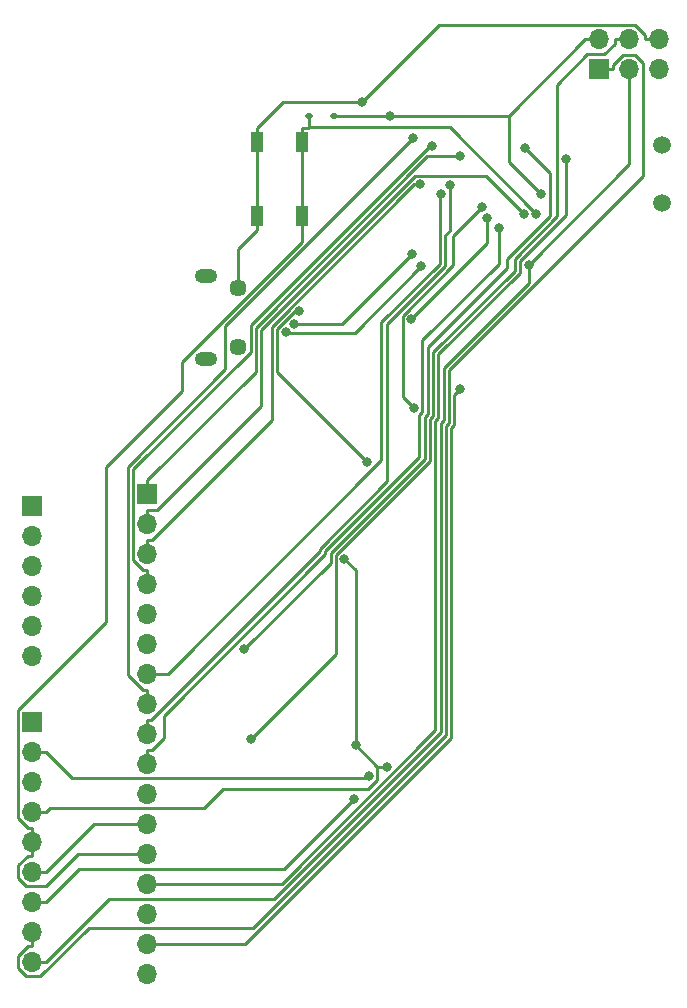
<source format=gbr>
%TF.GenerationSoftware,KiCad,Pcbnew,7.0.8*%
%TF.CreationDate,2023-11-08T08:48:13-05:00*%
%TF.ProjectId,Sleepduino,536c6565-7064-4756-996e-6f2e6b696361,rev?*%
%TF.SameCoordinates,Original*%
%TF.FileFunction,Copper,L2,Bot*%
%TF.FilePolarity,Positive*%
%FSLAX46Y46*%
G04 Gerber Fmt 4.6, Leading zero omitted, Abs format (unit mm)*
G04 Created by KiCad (PCBNEW 7.0.8) date 2023-11-08 08:48:13*
%MOMM*%
%LPD*%
G01*
G04 APERTURE LIST*
G04 Aperture macros list*
%AMRoundRect*
0 Rectangle with rounded corners*
0 $1 Rounding radius*
0 $2 $3 $4 $5 $6 $7 $8 $9 X,Y pos of 4 corners*
0 Add a 4 corners polygon primitive as box body*
4,1,4,$2,$3,$4,$5,$6,$7,$8,$9,$2,$3,0*
0 Add four circle primitives for the rounded corners*
1,1,$1+$1,$2,$3*
1,1,$1+$1,$4,$5*
1,1,$1+$1,$6,$7*
1,1,$1+$1,$8,$9*
0 Add four rect primitives between the rounded corners*
20,1,$1+$1,$2,$3,$4,$5,0*
20,1,$1+$1,$4,$5,$6,$7,0*
20,1,$1+$1,$6,$7,$8,$9,0*
20,1,$1+$1,$8,$9,$2,$3,0*%
G04 Aperture macros list end*
%TA.AperFunction,SMDPad,CuDef*%
%ADD10RoundRect,0.112500X0.187500X0.112500X-0.187500X0.112500X-0.187500X-0.112500X0.187500X-0.112500X0*%
%TD*%
%TA.AperFunction,SMDPad,CuDef*%
%ADD11R,1.000000X1.700000*%
%TD*%
%TA.AperFunction,ComponentPad*%
%ADD12R,1.700000X1.700000*%
%TD*%
%TA.AperFunction,ComponentPad*%
%ADD13O,1.700000X1.700000*%
%TD*%
%TA.AperFunction,ComponentPad*%
%ADD14O,1.900000X1.200000*%
%TD*%
%TA.AperFunction,ComponentPad*%
%ADD15C,1.450000*%
%TD*%
%TA.AperFunction,ComponentPad*%
%ADD16C,1.500000*%
%TD*%
%TA.AperFunction,ViaPad*%
%ADD17C,0.800000*%
%TD*%
%TA.AperFunction,Conductor*%
%ADD18C,0.250000*%
%TD*%
G04 APERTURE END LIST*
D10*
%TO.P,D1,1,K*%
%TO.N,+5V*%
X179358000Y-47752000D03*
%TO.P,D1,2,A*%
%TO.N,RST*%
X177258000Y-47752000D03*
%TD*%
D11*
%TO.P,SW1,1,1*%
%TO.N,GND*%
X172852000Y-49936000D03*
X172852000Y-56236000D03*
%TO.P,SW1,2,2*%
%TO.N,RST*%
X176652000Y-56236000D03*
X176652000Y-49936000D03*
%TD*%
D12*
%TO.P,J3,1,Pin_1*%
%TO.N,~IO13*%
X153797000Y-99060000D03*
D13*
%TO.P,J3,2,Pin_2*%
%TO.N,+3.3V*%
X153797000Y-101600000D03*
%TO.P,J3,3,Pin_3*%
%TO.N,AREF*%
X153797000Y-104140000D03*
%TO.P,J3,4,Pin_4*%
%TO.N,+5V*%
X153797000Y-106680000D03*
%TO.P,J3,5,Pin_5*%
%TO.N,RST*%
X153797000Y-109220000D03*
%TO.P,J3,6,Pin_6*%
%TO.N,GND*%
X153797000Y-111760000D03*
%TO.P,J3,7,Pin_7*%
%TO.N,Vin*%
X153797000Y-114300000D03*
%TO.P,J3,8,Pin_8*%
%TO.N,MISO*%
X153797000Y-116840000D03*
%TO.P,J3,9,Pin_9*%
%TO.N,SCK*%
X153797000Y-119380000D03*
%TD*%
D12*
%TO.P,J5,1,Pin_1*%
%TO.N,A0*%
X153797000Y-80772000D03*
D13*
%TO.P,J5,2,Pin_2*%
%TO.N,A1*%
X153797000Y-83312000D03*
%TO.P,J5,3,Pin_3*%
%TO.N,A2*%
X153797000Y-85852000D03*
%TO.P,J5,4,Pin_4*%
%TO.N,A3*%
X153797000Y-88392000D03*
%TO.P,J5,5,Pin_5*%
%TO.N,A4*%
X153797000Y-90932000D03*
%TO.P,J5,6,Pin_6*%
%TO.N,A5*%
X153797000Y-93472000D03*
%TD*%
D12*
%TO.P,J4,1,Pin_1*%
%TO.N,~IO12*%
X163576000Y-79756000D03*
D13*
%TO.P,J4,2,Pin_2*%
%TO.N,~IO11*%
X163576000Y-82296000D03*
%TO.P,J4,3,Pin_3*%
%TO.N,~IO10*%
X163576000Y-84836000D03*
%TO.P,J4,4,Pin_4*%
%TO.N,~IO9*%
X163576000Y-87376000D03*
%TO.P,J4,5,Pin_5*%
%TO.N,IO8*%
X163576000Y-89916000D03*
%TO.P,J4,6,Pin_6*%
%TO.N,~D7*%
X163576000Y-92456000D03*
%TO.P,J4,7,Pin_7*%
%TO.N,~D6*%
X163576000Y-94996000D03*
%TO.P,J4,8,Pin_8*%
%TO.N,~D5*%
X163576000Y-97536000D03*
%TO.P,J4,9,Pin_9*%
%TO.N,~D4*%
X163576000Y-100076000D03*
%TO.P,J4,10,Pin_10*%
%TO.N,D3{slash}SCL*%
X163576000Y-102616000D03*
%TO.P,J4,11,Pin_11*%
%TO.N,D2{slash}SDA*%
X163576000Y-105156000D03*
%TO.P,J4,12,Pin_12*%
%TO.N,GND*%
X163576000Y-107696000D03*
%TO.P,J4,13,Pin_13*%
%TO.N,RST*%
X163576000Y-110236000D03*
%TO.P,J4,14,Pin_14*%
%TO.N,D0{slash}RX*%
X163576000Y-112776000D03*
%TO.P,J4,15,Pin_15*%
%TO.N,D1{slash}TX*%
X163576000Y-115316000D03*
%TO.P,J4,16,Pin_16*%
%TO.N,RX_LED*%
X163576000Y-117856000D03*
%TO.P,J4,17,Pin_17*%
%TO.N,MOSI*%
X163576000Y-120396000D03*
%TD*%
D12*
%TO.P,J1,1,Pin_1*%
%TO.N,MISO*%
X201803000Y-43815000D03*
D13*
%TO.P,J1,2,Pin_2*%
%TO.N,+5V*%
X201803000Y-41275000D03*
%TO.P,J1,3,Pin_3*%
%TO.N,SCK*%
X204343000Y-43815000D03*
%TO.P,J1,4,Pin_4*%
%TO.N,MOSI*%
X204343000Y-41275000D03*
%TO.P,J1,5,Pin_5*%
%TO.N,RESET*%
X206883000Y-43815000D03*
%TO.P,J1,6,Pin_6*%
%TO.N,GND*%
X206883000Y-41275000D03*
%TD*%
D14*
%TO.P,J2,6,Shield*%
%TO.N,GND*%
X168529000Y-61291000D03*
D15*
X171229000Y-62291000D03*
X171229000Y-67291000D03*
D14*
X168529000Y-68291000D03*
%TD*%
D16*
%TO.P,Y2,1,1*%
%TO.N,GND*%
X207137000Y-55118000D03*
%TO.P,Y2,2,2*%
X207137000Y-50238000D03*
%TD*%
D17*
%TO.N,D-*%
X185998900Y-59402400D03*
X176006400Y-65360700D03*
%TO.N,D+*%
X186751500Y-60467900D03*
X175297400Y-66069700D03*
%TO.N,RX_LED*%
X190043000Y-70868900D03*
%TO.N,RST*%
X196507800Y-56011900D03*
%TO.N,Net-(J2-VBUS)*%
X182181900Y-77039300D03*
X176424400Y-64308400D03*
%TO.N,+3.3V*%
X182300200Y-103669300D03*
%TO.N,~D5*%
X186043000Y-49654300D03*
%TO.N,~IO10*%
X186655500Y-53526000D03*
%TO.N,~IO9*%
X187643000Y-50311800D03*
%TO.N,~D6*%
X188442900Y-54328800D03*
%TO.N,~IO12*%
X190003900Y-51162800D03*
%TO.N,~D4*%
X189213800Y-53559200D03*
%TO.N,D1{slash}TX*%
X192327000Y-56424400D03*
X185914200Y-64956900D03*
%TO.N,D0{slash}RX*%
X199049000Y-51403500D03*
%TO.N,D2{slash}SDA*%
X195550300Y-50485000D03*
X171731000Y-92908500D03*
%TO.N,D3{slash}SCL*%
X193321700Y-57258400D03*
%TO.N,~IO11*%
X195495800Y-56041000D03*
%TO.N,Net-(U1-PD5)*%
X191870500Y-55458100D03*
X186124500Y-72476900D03*
%TO.N,Vin*%
X181058300Y-105595400D03*
%TO.N,MOSI*%
X172353400Y-100465200D03*
%TO.N,SCK*%
X195846300Y-60343200D03*
%TO.N,+5V*%
X184105500Y-47752000D03*
X181220500Y-101048500D03*
X180257100Y-85257500D03*
X183820900Y-102861700D03*
X196873500Y-54385000D03*
%TO.N,GND*%
X181702800Y-46601800D03*
%TD*%
D18*
%TO.N,D-*%
X180040600Y-65360700D02*
X176006400Y-65360700D01*
X185998900Y-59402400D02*
X180040600Y-65360700D01*
%TO.N,D+*%
X175317800Y-66090100D02*
X175297400Y-66069700D01*
X181129300Y-66090100D02*
X175317800Y-66090100D01*
X186751500Y-60467900D02*
X181129300Y-66090100D01*
%TO.N,RX_LED*%
X189562800Y-71349100D02*
X190043000Y-70868900D01*
X189562800Y-73901200D02*
X189562800Y-71349100D01*
X189310900Y-74153100D02*
X189562800Y-73901200D01*
X189310900Y-100400800D02*
X189310900Y-74153100D01*
X171855700Y-117856000D02*
X189310900Y-100400800D01*
X163576000Y-117856000D02*
X171855700Y-117856000D01*
%TO.N,RST*%
X176652000Y-56236000D02*
X176652000Y-55059100D01*
X176652000Y-56236000D02*
X176652000Y-57412900D01*
X176652000Y-55059100D02*
X176652000Y-49936000D01*
X153797000Y-108631500D02*
X153797000Y-108043100D01*
X153797000Y-108631500D02*
X153797000Y-109220000D01*
X157682200Y-110236000D02*
X163576000Y-110236000D01*
X154972400Y-112945800D02*
X157682200Y-110236000D01*
X153290800Y-112945800D02*
X154972400Y-112945800D01*
X152615600Y-112270600D02*
X153290800Y-112945800D01*
X152615600Y-111210500D02*
X152615600Y-112270600D01*
X153429200Y-110396900D02*
X152615600Y-111210500D01*
X153797000Y-110396900D02*
X153429200Y-110396900D01*
X153797000Y-109220000D02*
X153797000Y-110396900D01*
X176652000Y-49936000D02*
X176652000Y-48759100D01*
X153429100Y-108043100D02*
X153797000Y-108043100D01*
X152620100Y-107234100D02*
X153429100Y-108043100D01*
X152620100Y-98074600D02*
X152620100Y-107234100D01*
X160061300Y-90633400D02*
X152620100Y-98074600D01*
X160061300Y-77439300D02*
X160061300Y-90633400D01*
X166493700Y-71006900D02*
X160061300Y-77439300D01*
X166493700Y-68564500D02*
X166493700Y-71006900D01*
X176652000Y-58406200D02*
X166493700Y-68564500D01*
X176652000Y-57412900D02*
X176652000Y-58406200D01*
X177204800Y-48759100D02*
X177258000Y-48705900D01*
X176652000Y-48759100D02*
X177204800Y-48759100D01*
X177258000Y-48705900D02*
X177258000Y-47752000D01*
X189201800Y-48705900D02*
X196507800Y-56011900D01*
X177258000Y-48705900D02*
X189201800Y-48705900D01*
%TO.N,Net-(J2-VBUS)*%
X174559700Y-69417100D02*
X182181900Y-77039300D01*
X174559700Y-65779500D02*
X174559700Y-69417100D01*
X176030800Y-64308400D02*
X174559700Y-65779500D01*
X176424400Y-64308400D02*
X176030800Y-64308400D01*
%TO.N,+3.3V*%
X153797000Y-101600000D02*
X154973900Y-101600000D01*
X157184500Y-103810600D02*
X154973900Y-101600000D01*
X182158900Y-103810600D02*
X157184500Y-103810600D01*
X182300200Y-103669300D02*
X182158900Y-103810600D01*
%TO.N,~D5*%
X163576000Y-97536000D02*
X163576000Y-96359100D01*
X163210200Y-96359100D02*
X163576000Y-96359100D01*
X161911700Y-95060600D02*
X163210200Y-96359100D01*
X161911700Y-77439800D02*
X161911700Y-95060600D01*
X170159400Y-69192100D02*
X161911700Y-77439800D01*
X170159400Y-65537900D02*
X170159400Y-69192100D01*
X186043000Y-49654300D02*
X170159400Y-65537900D01*
%TO.N,~IO10*%
X163576000Y-84836000D02*
X163576000Y-83659100D01*
X163940800Y-83659100D02*
X163576000Y-83659100D01*
X174107800Y-73492100D02*
X163940800Y-83659100D01*
X174107800Y-65592300D02*
X174107800Y-73492100D01*
X186174100Y-53526000D02*
X174107800Y-65592300D01*
X186655500Y-53526000D02*
X186174100Y-53526000D01*
%TO.N,~IO9*%
X163576000Y-87376000D02*
X163576000Y-86199100D01*
X163208200Y-86199100D02*
X163576000Y-86199100D01*
X162382100Y-85373000D02*
X163208200Y-86199100D01*
X162382100Y-77647300D02*
X162382100Y-85373000D01*
X172301700Y-67727700D02*
X162382100Y-77647300D01*
X172301700Y-65481100D02*
X172301700Y-67727700D01*
X187471000Y-50311800D02*
X172301700Y-65481100D01*
X187643000Y-50311800D02*
X187471000Y-50311800D01*
%TO.N,~D6*%
X163576000Y-94996000D02*
X164752900Y-94996000D01*
X165298400Y-94996000D02*
X164752900Y-94996000D01*
X183370800Y-76923600D02*
X165298400Y-94996000D01*
X183370800Y-65191700D02*
X183370800Y-76923600D01*
X188309900Y-60252600D02*
X183370800Y-65191700D01*
X188309900Y-54461800D02*
X188309900Y-60252600D01*
X188442900Y-54328800D02*
X188309900Y-54461800D01*
%TO.N,~IO12*%
X163576000Y-79756000D02*
X163576000Y-78579100D01*
X172753600Y-69401500D02*
X163576000Y-78579100D01*
X172753600Y-65668300D02*
X172753600Y-69401500D01*
X187259100Y-51162800D02*
X172753600Y-65668300D01*
X190003900Y-51162800D02*
X187259100Y-51162800D01*
%TO.N,~D4*%
X163576000Y-100076000D02*
X163576000Y-98899100D01*
X163899800Y-98899100D02*
X163576000Y-98899100D01*
X178174500Y-84624400D02*
X163899800Y-98899100D01*
X178174500Y-84394900D02*
X178174500Y-84624400D01*
X183875600Y-78693800D02*
X178174500Y-84394900D01*
X183875600Y-65326000D02*
X183875600Y-78693800D01*
X188761800Y-60439800D02*
X183875600Y-65326000D01*
X188761800Y-57874400D02*
X188761800Y-60439800D01*
X189213800Y-57422400D02*
X188761800Y-57874400D01*
X189213800Y-53559200D02*
X189213800Y-57422400D01*
%TO.N,D1{slash}TX*%
X192327000Y-58544100D02*
X185914200Y-64956900D01*
X192327000Y-56424400D02*
X192327000Y-58544100D01*
%TO.N,D0{slash}RX*%
X163576000Y-112776000D02*
X164752900Y-112776000D01*
X199049000Y-56099000D02*
X199049000Y-51403500D01*
X195119300Y-60028700D02*
X199049000Y-56099000D01*
X195119300Y-61034700D02*
X195119300Y-60028700D01*
X188207100Y-67946900D02*
X195119300Y-61034700D01*
X188207100Y-73339600D02*
X188207100Y-67946900D01*
X187955200Y-73591500D02*
X188207100Y-73339600D01*
X187955200Y-99756800D02*
X187955200Y-73591500D01*
X174936100Y-112775900D02*
X187955200Y-99756800D01*
X164752900Y-112775900D02*
X174936100Y-112775900D01*
X164752900Y-112776000D02*
X164752900Y-112775900D01*
%TO.N,D2{slash}SDA*%
X197631500Y-52566200D02*
X195550300Y-50485000D01*
X197631500Y-56238300D02*
X197631500Y-52566200D01*
X193990400Y-59879400D02*
X197631500Y-56238300D01*
X193990400Y-60660400D02*
X193990400Y-59879400D01*
X187303300Y-67347500D02*
X193990400Y-60660400D01*
X187303300Y-72965200D02*
X187303300Y-67347500D01*
X187048400Y-73220100D02*
X187303300Y-72965200D01*
X187048400Y-76799200D02*
X187048400Y-73220100D01*
X179078300Y-84769300D02*
X187048400Y-76799200D01*
X179078300Y-85561200D02*
X179078300Y-84769300D01*
X171731000Y-92908500D02*
X179078300Y-85561200D01*
%TO.N,D3{slash}SCL*%
X163576000Y-102616000D02*
X163576000Y-101439100D01*
X193321700Y-60275900D02*
X193321700Y-57258400D01*
X186851400Y-66746200D02*
X193321700Y-60275900D01*
X186851400Y-72778000D02*
X186851400Y-66746200D01*
X186596500Y-73032900D02*
X186851400Y-72778000D01*
X186596500Y-76612000D02*
X186596500Y-73032900D01*
X178626400Y-84582100D02*
X186596500Y-76612000D01*
X178626400Y-84836300D02*
X178626400Y-84582100D01*
X164940600Y-98522100D02*
X178626400Y-84836300D01*
X164940600Y-100440300D02*
X164940600Y-98522100D01*
X163941800Y-101439100D02*
X164940600Y-100440300D01*
X163576000Y-101439100D02*
X163941800Y-101439100D01*
%TO.N,~IO11*%
X163576000Y-82296000D02*
X163576000Y-81119100D01*
X164395700Y-81119100D02*
X163576000Y-81119100D01*
X173205500Y-72309300D02*
X164395700Y-81119100D01*
X173205500Y-65855500D02*
X173205500Y-72309300D01*
X186261900Y-52799100D02*
X173205500Y-65855500D01*
X192253900Y-52799100D02*
X186261900Y-52799100D01*
X195495800Y-56041000D02*
X192253900Y-52799100D01*
%TO.N,Net-(U1-PD5)*%
X189438800Y-57889800D02*
X191870500Y-55458100D01*
X189438800Y-60404200D02*
X189438800Y-57889800D01*
X185182100Y-64660900D02*
X189438800Y-60404200D01*
X185182100Y-71534500D02*
X185182100Y-64660900D01*
X186124500Y-72476900D02*
X185182100Y-71534500D01*
%TO.N,Vin*%
X153797000Y-114300000D02*
X154973900Y-114300000D01*
X175147700Y-111506000D02*
X181058300Y-105595400D01*
X157767900Y-111506000D02*
X175147700Y-111506000D01*
X154973900Y-114300000D02*
X157767900Y-111506000D01*
%TO.N,MOSI*%
X204343000Y-41275000D02*
X203166100Y-41275000D01*
X203166100Y-41640800D02*
X203166100Y-41275000D01*
X202261900Y-42545000D02*
X203166100Y-41640800D01*
X200827100Y-42545000D02*
X202261900Y-42545000D01*
X198277500Y-45094600D02*
X200827100Y-42545000D01*
X198277500Y-56231400D02*
X198277500Y-45094600D01*
X194667400Y-59841500D02*
X198277500Y-56231400D01*
X194667400Y-60847500D02*
X194667400Y-59841500D01*
X187755200Y-67759700D02*
X194667400Y-60847500D01*
X187755200Y-73152400D02*
X187755200Y-67759700D01*
X187501900Y-73405700D02*
X187755200Y-73152400D01*
X187501900Y-76984800D02*
X187501900Y-73405700D01*
X179530200Y-84956500D02*
X187501900Y-76984800D01*
X179530200Y-93288400D02*
X179530200Y-84956500D01*
X172353400Y-100465200D02*
X179530200Y-93288400D01*
%TO.N,SCK*%
X153797000Y-119380000D02*
X154973900Y-119380000D01*
X204343000Y-51846500D02*
X195846300Y-60343200D01*
X204343000Y-43815000D02*
X204343000Y-51846500D01*
X195846300Y-61872400D02*
X195846300Y-60343200D01*
X188659000Y-69059700D02*
X195846300Y-61872400D01*
X188659000Y-73526800D02*
X188659000Y-69059700D01*
X188407100Y-73778700D02*
X188659000Y-73526800D01*
X188407100Y-99949800D02*
X188407100Y-73778700D01*
X174310900Y-114046000D02*
X188407100Y-99949800D01*
X160307900Y-114046000D02*
X174310900Y-114046000D01*
X154973900Y-119380000D02*
X160307900Y-114046000D01*
%TO.N,MISO*%
X201803000Y-43815000D02*
X202979900Y-43815000D01*
X153797000Y-116840000D02*
X153797000Y-118016900D01*
X202979900Y-43447200D02*
X202979900Y-43815000D01*
X203829700Y-42597400D02*
X202979900Y-43447200D01*
X204826300Y-42597400D02*
X203829700Y-42597400D01*
X205522400Y-43293500D02*
X204826300Y-42597400D01*
X205522400Y-52835400D02*
X205522400Y-43293500D01*
X189110900Y-69246900D02*
X205522400Y-52835400D01*
X189110900Y-73714000D02*
X189110900Y-69246900D01*
X188859000Y-73965900D02*
X189110900Y-73714000D01*
X188859000Y-100142800D02*
X188859000Y-73965900D01*
X172508900Y-116492900D02*
X188859000Y-100142800D01*
X158584300Y-116492900D02*
X172508900Y-116492900D01*
X154477800Y-120599400D02*
X158584300Y-116492900D01*
X153333800Y-120599400D02*
X154477800Y-120599400D01*
X152601400Y-119867000D02*
X153333800Y-120599400D01*
X152601400Y-118846700D02*
X152601400Y-119867000D01*
X153431200Y-118016900D02*
X152601400Y-118846700D01*
X153797000Y-118016900D02*
X153431200Y-118016900D01*
%TO.N,+5V*%
X201803000Y-41275000D02*
X200626100Y-41275000D01*
X184105500Y-47752000D02*
X179358000Y-47752000D01*
X153797000Y-106680000D02*
X154973900Y-106680000D01*
X181220500Y-101048500D02*
X183051300Y-102879300D01*
X155297400Y-106356500D02*
X154973900Y-106680000D01*
X168398900Y-106356500D02*
X155297400Y-106356500D01*
X170009000Y-104746400D02*
X168398900Y-106356500D01*
X182251300Y-104746400D02*
X170009000Y-104746400D01*
X183051300Y-103946400D02*
X182251300Y-104746400D01*
X183051300Y-102879300D02*
X183051300Y-103946400D01*
X194149100Y-51660600D02*
X196873500Y-54385000D01*
X194149100Y-47752000D02*
X194149100Y-51660600D01*
X200626100Y-41275000D02*
X194149100Y-47752000D01*
X194149100Y-47752000D02*
X184105500Y-47752000D01*
X183803300Y-102879300D02*
X183820900Y-102861700D01*
X183051300Y-102879300D02*
X183803300Y-102879300D01*
X181220500Y-86220900D02*
X180257100Y-85257500D01*
X181220500Y-101048500D02*
X181220500Y-86220900D01*
%TO.N,GND*%
X159037900Y-107696000D02*
X154973900Y-111760000D01*
X163576000Y-107696000D02*
X159037900Y-107696000D01*
X153797000Y-111760000D02*
X154973900Y-111760000D01*
X172852000Y-49936000D02*
X172852000Y-56236000D01*
X171229000Y-59035900D02*
X171229000Y-62291000D01*
X172852000Y-57412900D02*
X171229000Y-59035900D01*
X172852000Y-56236000D02*
X172852000Y-57412900D01*
X206883000Y-41275000D02*
X205706100Y-41275000D01*
X172852000Y-49936000D02*
X172852000Y-48759100D01*
X175009300Y-46601800D02*
X181702800Y-46601800D01*
X172852000Y-48759100D02*
X175009300Y-46601800D01*
X205706100Y-40907200D02*
X205706100Y-41275000D01*
X204872700Y-40073800D02*
X205706100Y-40907200D01*
X188230800Y-40073800D02*
X204872700Y-40073800D01*
X181702800Y-46601800D02*
X188230800Y-40073800D01*
%TD*%
M02*

</source>
